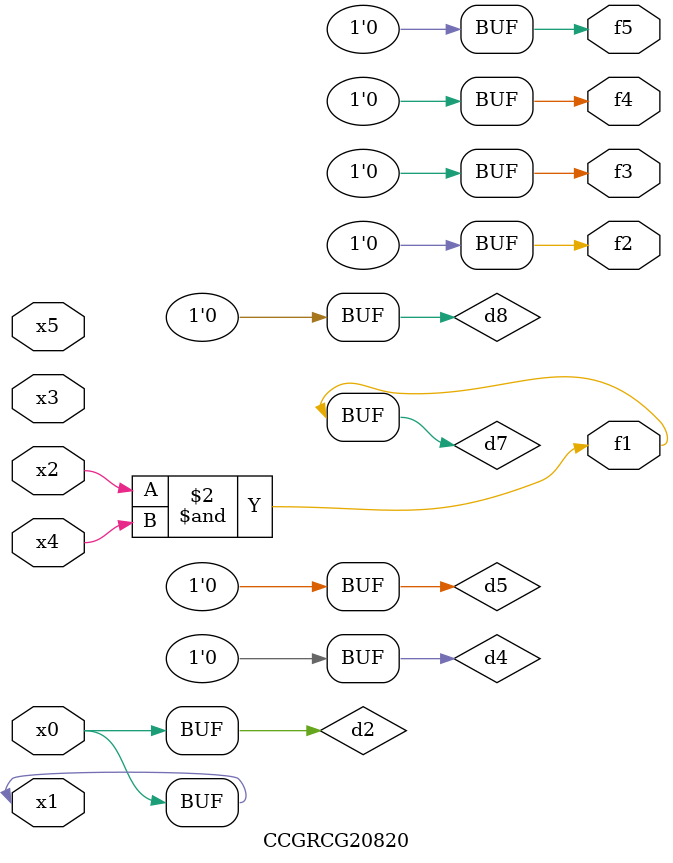
<source format=v>
module CCGRCG20820(
	input x0, x1, x2, x3, x4, x5,
	output f1, f2, f3, f4, f5
);

	wire d1, d2, d3, d4, d5, d6, d7, d8, d9;

	nand (d1, x1);
	buf (d2, x0, x1);
	nand (d3, x2, x4);
	and (d4, d1, d2);
	and (d5, d1, d2);
	nand (d6, d1, d3);
	not (d7, d3);
	xor (d8, d5);
	nor (d9, d5, d6);
	assign f1 = d7;
	assign f2 = d8;
	assign f3 = d8;
	assign f4 = d8;
	assign f5 = d8;
endmodule

</source>
